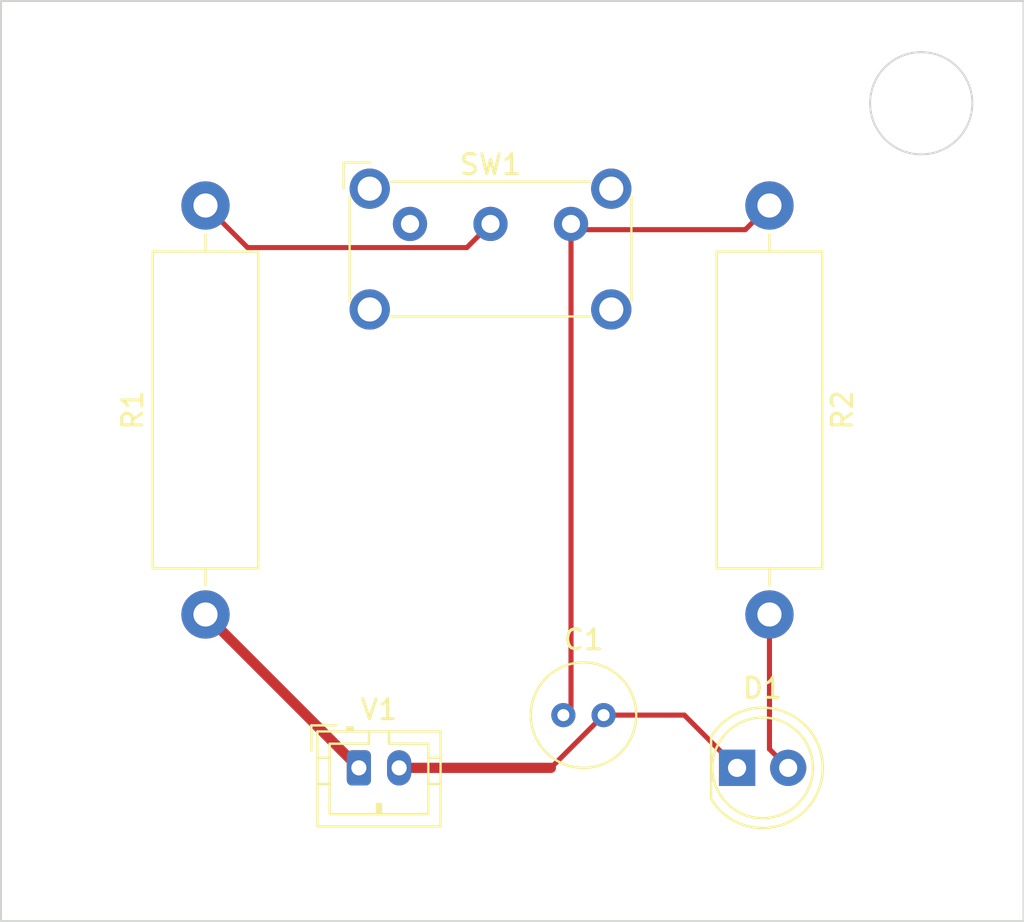
<source format=kicad_pcb>
(kicad_pcb (version 20211014) (generator pcbnew)
  (layers (0 "F.Cu" signal) (31 "B.Cu" signal) (34 "B.Paste" user) (35 "F.Paste" user) (36 "B.SilkS" user "B.Silkscreen") (37 "F.SilkS" user "F.Silkscreen") (38 "B.Mask" user) (39 "F.Mask" user) (44 "Edge.Cuts" user))
  (net 0 "")
  (net 1 "Net-(C1-Pad1)")
  (net 2 "Net-(C1-Pad2)")
  (net 3 "Net-(D1-Pad2)")
  (net 4 "Net-(R1-Pad1)")
  (net 5 "Net-(R1-Pad2)")
  (footprint "Connector_JST:JST_PH_B2B-PH-K_1x02_P2.00mm_Vertical" (layer "F.Cu") (at 147.32 104.14)
    (fp_text reference "V1" (at 1 -2.9) (layer "F.SilkS"))
    (fp_text value "9 V")
    (fp_line (start -0.3 -2.01) (end -0.6 -2.01) (layer "F.SilkS") (width 0.12))
    (fp_line (start 3.45 2.3) (end 3.45 -1.2) (layer "F.SilkS") (width 0.12))
    (fp_line (start -2.06 0.8) (end -1.45 0.8) (layer "F.SilkS") (width 0.12))
    (fp_line (start -1.45 -1.2) (end -1.45 2.3) (layer "F.SilkS") (width 0.12))
    (fp_line (start -2.06 -0.5) (end -1.45 -0.5) (layer "F.SilkS") (width 0.12))
    (fp_line (start 4.06 0.8) (end 3.45 0.8) (layer "F.SilkS") (width 0.12))
    (fp_line (start 0.9 1.8) (end 1.1 1.8) (layer "F.SilkS") (width 0.12))
    (fp_line (start 3.45 -1.2) (end 1.5 -1.2) (layer "F.SilkS") (width 0.12))
    (fp_line (start 4.06 -1.81) (end -2.06 -1.81) (layer "F.SilkS") (width 0.12))
    (fp_line (start -0.6 -2.01) (end -0.6 -1.81) (layer "F.SilkS") (width 0.12))
    (fp_line (start 0.5 -1.81) (end 0.5 -1.2) (layer "F.SilkS") (width 0.12))
    (fp_line (start 4.06 -0.5) (end 3.45 -0.5) (layer "F.SilkS") (width 0.12))
    (fp_line (start 1 2.3) (end 1 1.8) (layer "F.SilkS") (width 0.12))
    (fp_line (start 4.06 2.91) (end 4.06 -1.81) (layer "F.SilkS") (width 0.12))
    (fp_line (start 1.5 -1.2) (end 1.5 -1.81) (layer "F.SilkS") (width 0.12))
    (fp_line (start -2.36 -2.11) (end -2.36 -0.86) (layer "F.SilkS") (width 0.12))
    (fp_line (start 1.1 1.8) (end 1.1 2.3) (layer "F.SilkS") (width 0.12))
    (fp_line (start 0.5 -1.2) (end -1.45 -1.2) (layer "F.SilkS") (width 0.12))
    (fp_line (start -2.06 2.91) (end 4.06 2.91) (layer "F.SilkS") (width 0.12))
    (fp_line (start 0.9 2.3) (end 0.9 1.8) (layer "F.SilkS") (width 0.12))
    (fp_line (start -0.3 -1.91) (end -0.6 -1.91) (layer "F.SilkS") (width 0.12))
    (fp_line (start -2.06 -1.81) (end -2.06 2.91) (layer "F.SilkS") (width 0.12))
    (fp_line (start -1.45 2.3) (end 3.45 2.3) (layer "F.SilkS") (width 0.12))
    (fp_line (start -0.3 -1.81) (end -0.3 -2.01) (layer "F.SilkS") (width 0.12))
    (fp_line (start -1.11 -2.11) (end -2.36 -2.11) (layer "F.SilkS") (width 0.12))
    (pad "1" thru_hole roundrect (at 0 0) (size 1.2 1.75) (drill 0.75) (layers *.Cu *.Mask) (roundrect_rratio 0.208333) (net 4 "Net-(R1-Pad1)"))
    (pad "2" thru_hole oval (at 2 0) (size 1.2 1.75) (drill 0.75) (layers *.Cu *.Mask) (net 2 "Net-(C1-Pad2)"))
  )
  (footprint "Button_Switch_THT:SW_E-Switch_EG1224_SPDT_Angled" (layer "F.Cu") (at 149.86 77.115)
    (fp_text reference "SW1" (at 4 -2.95) (layer "F.SilkS"))
    (fp_text value "SW_SPDT")
    (fp_line (start -0.95 -2.1) (end 8.95 -2.1) (layer "F.SilkS") (width 0.12))
    (fp_line (start -3 3.85) (end -3 -1.35) (layer "F.SilkS") (width 0.12))
    (fp_line (start -3.3 -3.05) (end -2 -3.05) (layer "F.SilkS") (width 0.12))
    (fp_line (start -3.3 -1.75) (end -3.3 -3.05) (layer "F.SilkS") (width 0.12))
    (fp_line (start 8.95 4.6) (end -0.95 4.6) (layer "F.SilkS") (width 0.12))
    (fp_line (start 11 -1.35) (end 11 3.85) (layer "F.SilkS") (width 0.12))
    (pad "" thru_hole circle (at 10 4.25) (size 2 2) (drill 1.2) (layers *.Cu *.Mask))
    (pad "" thru_hole circle (at -2 4.25) (size 2 2) (drill 1.2) (layers *.Cu *.Mask))
    (pad "" thru_hole circle (at -2 -1.75) (size 2 2) (drill 1.2) (layers *.Cu *.Mask))
    (pad "" thru_hole circle (at 10 -1.75) (size 2 2) (drill 1.2) (layers *.Cu *.Mask))
    (pad "1" thru_hole circle (at 0 0) (size 1.7 1.7) (drill 0.9) (layers *.Cu *.Mask))
    (pad "2" thru_hole circle (at 4 0) (size 1.7 1.7) (drill 0.9) (layers *.Cu *.Mask) (net 5 "Net-(R1-Pad2)"))
    (pad "3" thru_hole circle (at 8 0) (size 1.7 1.7) (drill 0.9) (layers *.Cu *.Mask) (net 1 "Net-(C1-Pad1)"))
  )
  (footprint "LED_THT:LED_D5.0mm" (layer "F.Cu") (at 166.11 104.14)
    (fp_text reference "D1" (at 1.27 -3.96) (layer "F.SilkS"))
    (fp_text value "LED")
    (fp_line (start -1.29 -1.545) (end -1.29 1.545) (layer "F.SilkS") (width 0.12))
    (fp_arc (start -1.29 -1.54483) (mid 2.072002 -2.880433) (end 4.26 0.000462) (layer "F.SilkS") (width 0.12))
    (fp_arc (start 4.26 -0.000462) (mid 2.072002 2.880433) (end -1.29 1.54483) (layer "F.SilkS") (width 0.12))
    (fp_circle (center 1.27 0) (end 3.77 0) (layer "F.SilkS") (width 0.12) (fill none))
    (pad "1" thru_hole rect (at 0 0) (size 1.8 1.8) (drill 0.9) (layers *.Cu *.Mask) (net 2 "Net-(C1-Pad2)"))
    (pad "2" thru_hole circle (at 2.54 0) (size 1.8 1.8) (drill 0.9) (layers *.Cu *.Mask) (net 3 "Net-(D1-Pad2)"))
  )
  (footprint "Capacitor_THT:C_Radial_D5.0mm_H5.0mm_P2.00mm" (layer "F.Cu") (at 157.48 101.52)
    (fp_text reference "C1" (at 1 -3.75) (layer "F.SilkS"))
    (fp_text value "4.7 microF")
    (fp_circle (center 1 0) (end 3.62 0) (layer "F.SilkS") (width 0.12) (fill none))
    (pad "1" thru_hole circle (at 0 0) (size 1.2 1.2) (drill 0.6) (layers *.Cu *.Mask) (net 1 "Net-(C1-Pad1)"))
    (pad "2" thru_hole circle (at 2 0) (size 1.2 1.2) (drill 0.6) (layers *.Cu *.Mask) (net 2 "Net-(C1-Pad2)"))
  )
  (footprint "Resistor_THT:R_Axial_DIN0516_L15.5mm_D5.0mm_P20.32mm_Horizontal" (layer "F.Cu") (at 167.72 76.2 -90)
    (fp_text reference "R2" (at 10.16 -3.62 90) (layer "F.SilkS"))
    (fp_text value "20 kOhms")
    (fp_line (start 18.03 -2.62) (end 2.29 -2.62) (layer "F.SilkS") (width 0.12))
    (fp_line (start 2.29 2.62) (end 18.03 2.62) (layer "F.SilkS") (width 0.12))
    (fp_line (start 1.44 0) (end 2.29 0) (layer "F.SilkS") (width 0.12))
    (fp_line (start 18.88 0) (end 18.03 0) (layer "F.SilkS") (width 0.12))
    (fp_line (start 18.03 2.62) (end 18.03 -2.62) (layer "F.SilkS") (width 0.12))
    (fp_line (start 2.29 -2.62) (end 2.29 2.62) (layer "F.SilkS") (width 0.12))
    (pad "1" thru_hole circle (at 0 0 270) (size 2.4 2.4) (drill 1.2) (layers *.Cu *.Mask) (net 1 "Net-(C1-Pad1)"))
    (pad "2" thru_hole oval (at 20.32 0 270) (size 2.4 2.4) (drill 1.2) (layers *.Cu *.Mask) (net 3 "Net-(D1-Pad2)"))
  )
  (footprint "Resistor_THT:R_Axial_DIN0516_L15.5mm_D5.0mm_P20.32mm_Horizontal" (layer "F.Cu") (at 139.7 96.52 90)
    (fp_text reference "R1" (at 10.16 -3.62 90) (layer "F.SilkS"))
    (fp_text value "2.2 kOhms")
    (fp_line (start 18.88 0) (end 18.03 0) (layer "F.SilkS") (width 0.12))
    (fp_line (start 2.29 -2.62) (end 2.29 2.62) (layer "F.SilkS") (width 0.12))
    (fp_line (start 18.03 -2.62) (end 2.29 -2.62) (layer "F.SilkS") (width 0.12))
    (fp_line (start 1.44 0) (end 2.29 0) (layer "F.SilkS") (width 0.12))
    (fp_line (start 2.29 2.62) (end 18.03 2.62) (layer "F.SilkS") (width 0.12))
    (fp_line (start 18.03 2.62) (end 18.03 -2.62) (layer "F.SilkS") (width 0.12))
    (pad "1" thru_hole circle (at 0 0 90) (size 2.4 2.4) (drill 1.2) (layers *.Cu *.Mask) (net 4 "Net-(R1-Pad1)"))
    (pad "2" thru_hole oval (at 20.32 0 90) (size 2.4 2.4) (drill 1.2) (layers *.Cu *.Mask) (net 5 "Net-(R1-Pad2)"))
  )
  (gr_rect (start 129.54 66.04) (end 180.34 111.76) (layer "Edge.Cuts") (width 0.1) (fill none))
  (gr_circle (center 175.26 71.12) (end 177.8 71.12) (layer "Edge.Cuts") (width 0.1) (fill none))
  (segment (start 167.72 76.2) (end 166.52 77.4) (width 0.25) (layer "F.Cu") (net 1))
  (segment (start 157.86 101.14) (end 157.48 101.52) (width 0.25) (layer "F.Cu") (net 1))
  (segment (start 157.86 77.115) (end 157.86 101.14) (width 0.254) (layer "F.Cu") (net 1))
  (segment (start 158.145 77.4) (end 157.86 77.115) (width 0.25) (layer "F.Cu") (net 1))
  (segment (start 166.52 77.4) (end 158.145 77.4) (width 0.254) (layer "F.Cu") (net 1))
  (segment (start 156.86 104.14) (end 159.48 101.52) (width 0.25) (layer "F.Cu") (net 2))
  (segment (start 159.48 101.52) (end 163.49 101.52) (width 0.254) (layer "F.Cu") (net 2))
  (segment (start 163.49 101.52) (end 166.11 104.14) (width 0.25) (layer "F.Cu") (net 2))
  (segment (start 149.32 104.14) (end 156.86 104.14) (width 0.508) (layer "F.Cu") (net 2))
  (segment (start 167.72 103.21) (end 167.72 96.52) (width 0.254) (layer "F.Cu") (net 3))
  (segment (start 168.65 104.14) (end 167.72 103.21) (width 0.25) (layer "F.Cu") (net 3))
  (segment (start 147.32 104.14) (end 139.7 96.52) (width 0.508) (layer "F.Cu") (net 4))
  (segment (start 153.86 77.115) (end 152.685 78.29) (width 0.25) (layer "F.Cu") (net 5))
  (segment (start 152.685 78.29) (end 141.79 78.29) (width 0.25) (layer "F.Cu") (net 5))
  (segment (start 141.79 78.29) (end 139.7 76.2) (width 0.25) (layer "F.Cu") (net 5))
)
</source>
